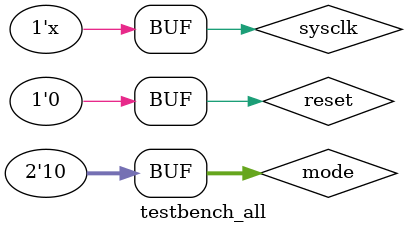
<source format=v>
module testbench(clk,reset,in,out,out_enable,state);
  output clk,reset,in;
  output out,out_enable;
  output [1:0] state;
  
  reg clk,reset,in;
  wire  out,out_enable;
  wire [1:0] state;
  
  initial
  begin
    clk<=0;
    reset<=1;
    in<=0;
    #10 reset<=0;
    
    #10 in<=1;
    #10 in<=0;
    #20 in<=1;
    #20 in<=0;
    #10 in<=1;
    #20 in<=0;
    #2480 in<=1;
    
    #10 in<=0;
    #20 in<=1;
    #20 in<=0;
    #10 in<=1;
    #20 in<=0;
    #2480 in<=1;
    
    #10 in<=0;
    #20 in<=1;
    #20 in<=0;
    #10 in<=1;
    #20 in<=0;
    #2480 in<=1;
    
    #10 in<=0;
    #20 in<=1;
    #20 in<=0;
    #10 in<=1;
    #20 in<=0;
    #2480 in<=1;
    
    #10 in<=0;
    #20 in<=1;
    #20 in<=0;
    #10 in<=1;
    #20 in<=0;
    #2480 in<=1;
    
    #10 in<=0;
    #20 in<=1;
    #20 in<=0;
    #10 in<=1;
    #20 in<=0;
    #2480 in<=1;
    
    #2560 in<=1;
    
    #10 in<=0;
    #20 in<=1;
    #20 in<=0;
    #10 in<=1;
    #20 in<=0;
    #2480 in<=1;
    
    #10 in<=0;
    #20 in<=1;
    #20 in<=0;
    #10 in<=1;
    #20 in<=0;
    #2480 in<=1;
    
    #10 in<=0;
    #20 in<=1;
    #20 in<=0;
    #10 in<=1;
    #20 in<=0;
    #2480 in<=1;
    
    #2560 in<=1;
    #2560 in<=1;
    
    #10 in<=0;
    #20 in<=1;
    #20 in<=0;
    #10 in<=1;
    #20 in<=0;
    #2480 in<=1;
    
    #10 in<=0;
    #20 in<=1;
    #20 in<=0;
    #10 in<=1;
    #20 in<=0;
    #2480 in<=1;
    
    #10 in<=0;
    #20 in<=1;
    #20 in<=0;
    #10 in<=1;
    #20 in<=0;
    #2480 in<=1;
    
    #2560 in<=1;
    #2560 in<=1;
    #2560 in<=1;
    
    #10 in<=0;
    #20 in<=1;
    #20 in<=0;
    #10 in<=1;
    #20 in<=0;
    #2480 in<=1;
    
    #10 in<=0;
    #20 in<=1;
    #20 in<=0;
    #10 in<=1;
    #20 in<=0;
    #2480 in<=1;
    
    #10 in<=0;
    #20 in<=1;
    #20 in<=0;
    #10 in<=1;
    #20 in<=0;
    #2480 in<=1;
    
    #10 in<=0;
    #20 in<=1;
    #20 in<=0;
    #10 in<=1;
    #20 in<=0;
    #2480 in<=1;
    
    #2560 in<=1;
    #2560 in<=1;
    #2560 in<=1;
    #2560 in<=1;
    
    #10 in<=0;
    #20 in<=1;
    #20 in<=0;
    #10 in<=1;
    #20 in<=0;
    #2480 in<=1;
    
    #10 in<=0;
    #20 in<=1;
    #20 in<=0;
    #10 in<=1;
    #20 in<=0;
    #2480 in<=1;
    
    #10 in<=0;
    #20 in<=1;
    #20 in<=0;
    #10 in<=1;
    #20 in<=0;
    #2480 in<=1;
    
    #10 in<=0;
    #20 in<=1;
    #20 in<=0;
    #10 in<=1;
    #20 in<=0;
    #2480 in<=1;
    
    #200 $stop;
  end
  
  always @ (*)
  begin
    #5 clk<=~clk;
  end
  
  frame_synchronizer synchronizer1(clk,reset,in,out,out_enable,state);
endmodule

module testbench_all();
  reg sysclk,reset;
  //wire out_enable,data_wrong;
  reg [1:0] mode;
  
  initial
  begin
    mode<=2'b10;
    reset<=1'b1;
    #1 reset<=1'b0;
    
  end
  
  always @ (*)
  begin
    #5 sysclk<=~sysclk;
  end
  
  FrameTrans transmiter(reset,sysclk,mode,clk,in);
  frame_synchronizer synchronizer(clk,reset,in,out,out_enable,state);
  FrameDataCheck checker(reset,clk,out,out_enable,data_wrong);
endmodule

</source>
